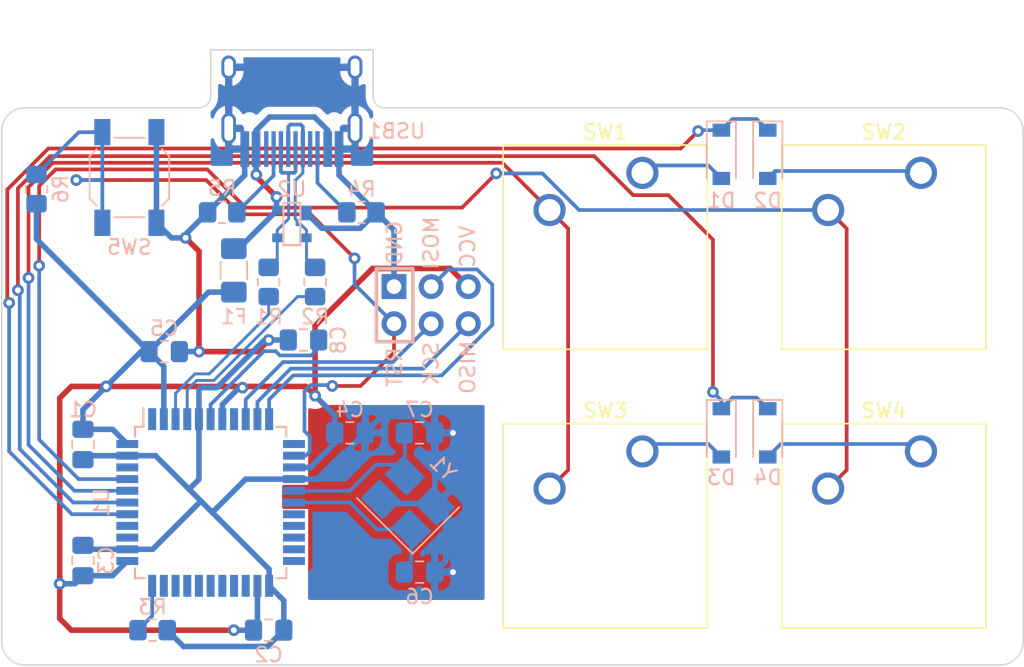
<source format=kicad_pcb>
(kicad_pcb (version 20211014) (generator pcbnew)
  (layers (0 "F.Cu" signal) (31 "B.Cu" signal) (34 "B.Paste" user) (35 "F.Paste" user) (36 "B.SilkS" user "B.Silkscreen") (37 "F.SilkS" user "F.Silkscreen") (38 "B.Mask" user) (39 "F.Mask" user) (44 "Edge.Cuts" user))
  (net 0 "")
  (net 1 "XTAL1")
  (net 2 "GND")
  (net 3 "+5V")
  (net 4 "XTAL2")
  (net 5 "Net-(U1-Pad6)")
  (net 6 "ROW0")
  (net 7 "Net-(SW1-Pad1)")
  (net 8 "Net-(SW2-Pad1)")
  (net 9 "ROW1")
  (net 10 "Net-(SW3-Pad1)")
  (net 11 "Net-(SW4-Pad1)")
  (net 12 "VCC")
  (net 13 "COL0")
  (net 14 "COL1")
  (net 15 "D+")
  (net 16 "MISO")
  (net 17 "D-")
  (net 18 "SCK")
  (net 21 "MOSI")
  (net 22 "RESET")
  (net 35 "Net-(U1-Pad33)")
  (net 36 "Net-(R4-Pad1)")
  (net 37 "Net-(R5-Pad1)")
  (net 45 "DN")
  (net 46 "DP")
  (footprint "Button_Switch_Keyboard:SW_Cherry_MX_1.00u_PCB" (layer "F.Cu") (at 170.815 83.82)
    (fp_text reference "SW1")
    (fp_text value "Macro1")
  )
  (footprint "Button_Switch_Keyboard:SW_Cherry_MX_1.00u_PCB" (layer "F.Cu") (at 189.865 102.87)
    (fp_text reference "SW4")
    (fp_text value "Macro4")
  )
  (footprint "Button_Switch_Keyboard:SW_Cherry_MX_1.00u_PCB" (layer "F.Cu") (at 189.865 83.82)
    (fp_text reference "SW2")
    (fp_text value "Macro2")
  )
  (footprint "Button_Switch_Keyboard:SW_Cherry_MX_1.00u_PCB" (layer "F.Cu") (at 170.815 102.87)
    (fp_text reference "SW3")
    (fp_text value "Macro3")
  )
  (footprint "Resistor_SMD:R_0805_2012Metric_Pad1.20x1.40mm_HandSolder" (layer "B.Cu") (at 148.43125 91.28125 -90)
    (fp_text reference "R2")
    (fp_text value "22")
  )
  (footprint "Capacitor_SMD:C_0805_2012Metric_Pad1.18x1.45mm_HandSolder" (layer "B.Cu") (at 150.8125 101.6)
    (fp_text reference "C4")
    (fp_text value "0.1u")
  )
  (footprint "Resistor_SMD:R_0805_2012Metric_Pad1.20x1.40mm_HandSolder" (layer "B.Cu") (at 129.38125 84.93125 90)
    (fp_text reference "R6")
    (fp_text value "10k")
  )
  (footprint "Capacitor_SMD:C_0805_2012Metric_Pad1.18x1.45mm_HandSolder" (layer "B.Cu") (at 147.6375 95.25)
    (fp_text reference "C8")
    (fp_text value "1u")
  )
  (footprint "Resistor_SMD:R_0805_2012Metric_Pad1.20x1.40mm_HandSolder" (layer "B.Cu") (at 142.08125 86.51875 180)
    (fp_text reference "R5")
    (fp_text value "5.1k")
  )
  (footprint "Capacitor_SMD:C_0805_2012Metric_Pad1.18x1.45mm_HandSolder" (layer "B.Cu") (at 145.25625 115.09375)
    (fp_text reference "C2")
    (fp_text value "0.1u")
  )
  (footprint "Capacitor_SMD:C_0805_2012Metric_Pad1.18x1.45mm_HandSolder" (layer "B.Cu") (at 132.55625 110.33125 90)
    (fp_text reference "C3")
    (fp_text value "0.1u")
  )
  (footprint "Diode_SMD:D_SOD-123" (layer "B.Cu") (at 179.3875 101.6 -90)
    (fp_text reference "D4")
    (fp_text value "D")
  )
  (footprint "Button_Switch_SMD:SW_SPST_SKQG_WithStem" (layer "B.Cu") (at 135.73125 84.1375 -90)
    (fp_text reference "SW5")
    (fp_text value "PUSH_RESET")
  )
  (footprint "Resistor_SMD:R_0805_2012Metric_Pad1.20x1.40mm_HandSolder" (layer "B.Cu") (at 151.60625 86.51875)
    (fp_text reference "R4")
    (fp_text value "5.1k")
  )
  (footprint "Diode_SMD:D_SOD-123" (layer "B.Cu") (at 176.2125 101.6 -90)
    (fp_text reference "D3")
    (fp_text value "D")
  )
  (footprint "Crystal:Crystal_SMD_3225-4Pin_3.2x2.5mm_HandSoldering" (layer "B.Cu") (at 154.78125 106.3625 135)
    (fp_text reference "Y1")
    (fp_text value "XTAL")
  )
  (footprint "Fuse:Fuse_1206_3216Metric_Pad1.42x1.75mm_HandSolder" (layer "B.Cu") (at 142.875 90.4875 -90)
    (fp_text reference "F1")
    (fp_text value "500mA")
  )
  (footprint "random-keyboard-parts:SOT143B" (layer "B.Cu") (at 146.84375 87.3125 180)
    (fp_text reference "U2")
    (fp_text value "PRTR5V0U2X")
  )
  (footprint "Capacitor_SMD:C_0805_2012Metric_Pad1.18x1.45mm_HandSolder" (layer "B.Cu") (at 155.575 111.125)
    (fp_text reference "C6")
    (fp_text value "22p")
  )
  (footprint "Resistor_SMD:R_0805_2012Metric_Pad1.20x1.40mm_HandSolder" (layer "B.Cu") (at 137.31875 115.09375)
    (fp_text reference "R3")
    (fp_text value "10k")
  )
  (footprint "Resistor_SMD:R_0805_2012Metric_Pad1.20x1.40mm_HandSolder" (layer "B.Cu") (at 145.25625 91.28125 -90)
    (fp_text reference "R1")
    (fp_text value "22")
  )
  (footprint "random-keyboard-parts:Reset_Pretty-Mask" (layer "B.Cu") (at 156.36875 92.86875 90)
    (fp_text reference "J1")
    (fp_text value "AVR-ISP-6")
  )
  (footprint "Capacitor_SMD:C_0805_2012Metric_Pad1.18x1.45mm_HandSolder" (layer "B.Cu") (at 138.1125 96.04375)
    (fp_text reference "C5")
    (fp_text value "10u")
  )
  (footprint "Diode_SMD:D_SOD-123" (layer "B.Cu") (at 176.2125 82.55 -90)
    (fp_text reference "D1")
    (fp_text value "D")
  )
  (footprint "Type-C:HRO-TYPE-C-31-M-12-HandSoldering" (layer "B.Cu") (at 146.84375 73.99625)
    (fp_text reference "USB1")
    (fp_text value "HRO-TYPE-C-31-M-12")
  )
  (footprint "Package_QFP:TQFP-44_10x10mm_P0.8mm" (layer "B.Cu") (at 141.2875 106.3625 -90)
    (fp_text reference "U1")
    (fp_text value "ATmega32U4-A")
  )
  (footprint "Diode_SMD:D_SOD-123" (layer "B.Cu") (at 179.3875 82.55 -90)
    (fp_text reference "D2")
    (fp_text value "D")
  )
  (footprint "Capacitor_SMD:C_0805_2012Metric_Pad1.18x1.45mm_HandSolder" (layer "B.Cu") (at 132.55625 102.39375 -90)
    (fp_text reference "C1")
    (fp_text value "0.1u")
  )
  (footprint "Capacitor_SMD:C_0805_2012Metric_Pad1.18x1.45mm_HandSolder" (layer "B.Cu") (at 155.575 101.6)
    (fp_text reference "C7")
    (fp_text value "22p")
  )
  (gr_arc (start 141.2875 78.58125) (mid 141.055016 79.142516) (end 140.49375 79.375) (layer "Edge.Cuts") (width 0.1))
  (gr_line (start 127 115.8875) (end 127 80.9625) (layer "Edge.Cuts") (width 0.1))
  (gr_arc (start 153.19375 79.375) (mid 152.632484 79.142516) (end 152.4 78.58125) (layer "Edge.Cuts") (width 0.1))
  (gr_line (start 128.5875 79.375) (end 140.49375 79.375) (layer "Edge.Cuts") (width 0.1))
  (gr_arc (start 195.2625 79.375) (mid 196.385032 79.839968) (end 196.85 80.9625) (layer "Edge.Cuts") (width 0.1))
  (gr_arc (start 128.5875 117.475) (mid 127.464968 117.010032) (end 127 115.8875) (layer "Edge.Cuts") (width 0.1))
  (gr_arc (start 196.85 115.8875) (mid 196.385032 117.010032) (end 195.2625 117.475) (layer "Edge.Cuts") (width 0.1))
  (gr_line (start 141.2875 75.40625) (end 152.4 75.40625) (layer "Edge.Cuts") (width 0.1))
  (gr_arc (start 127 80.9625) (mid 127.464968 79.839968) (end 128.5875 79.375) (layer "Edge.Cuts") (width 0.1))
  (gr_line (start 152.4 75.40625) (end 152.4 78.58125) (layer "Edge.Cuts") (width 0.1))
  (gr_line (start 141.2875 78.58125) (end 141.2875 75.40625) (layer "Edge.Cuts") (width 0.1))
  (gr_line (start 196.85 80.9625) (end 196.85 115.8875) (layer "Edge.Cuts") (width 0.1))
  (gr_line (start 195.2625 117.475) (end 128.5875 117.475) (layer "Edge.Cuts") (width 0.1))
  (gr_line (start 153.19375 79.375) (end 195.2625 79.375) (layer "Edge.Cuts") (width 0.1))
  (segment (start 152.650978 108.200978) (end 150.8125 106.3625) (width 0.254) (layer "B.Cu") (net 1))
  (segment (start 154.993382 108.200978) (end 152.650978 108.200978) (width 0.254) (layer "B.Cu") (net 1))
  (segment (start 150.8125 106.3625) (end 146.9875 106.3625) (width 0.254) (layer "B.Cu") (net 1))
  (segment (start 154.993382 110.362868) (end 154.993382 108.200978) (width 0.254) (layer "B.Cu") (net 1))
  (segment (start 154.23125 111.125) (end 154.993382 110.362868) (width 0.254) (layer "B.Cu") (net 1))
  (segment (start 144.467494 96.04375) (end 145.258747 95.252497) (width 0.381) (layer "F.Cu") (net 2))
  (segment (start 140.49375 89.18575) (end 139.573 88.265) (width 0.381) (layer "F.Cu") (net 2))
  (segment (start 140.49375 96.04375) (end 144.467494 96.04375) (width 0.381) (layer "F.Cu") (net 2))
  (segment (start 140.49375 96.04375) (end 140.49375 89.18575) (width 0.381) (layer "F.Cu") (net 2))
  (via (at 139.573 88.265) (size 0.8) (drill 0.4) (layers "F.Cu" "B.Cu") (net 2))
  (via (at 145.258747 95.252497) (size 0.8) (drill 0.4) (layers "F.Cu" "B.Cu") (net 2))
  (via (at 140.49375 96.04375) (size 0.8) (drill 0.4) (layers "F.Cu" "B.Cu") (net 2))
  (via (at 157.861 111.125) (size 0.8) (drill 0.4) (layers "F.Cu" "B.Cu") (net 2))
  (via (at 157.861 101.6) (size 0.8) (drill 0.4) (layers "F.Cu" "B.Cu") (net 2))
  (segment (start 137.5185 103.1625) (end 139.812375 105.456375) (width 0.381) (layer "B.Cu") (net 2))
  (segment (start 146.29375 113.06875) (end 145.2875 112.0625) (width 0.381) (layer "B.Cu") (net 2))
  (segment (start 139.573 88.265) (end 138.60875 88.265) (width 0.381) (layer "B.Cu") (net 2))
  (segment (start 145.2875 110.9315) (end 145.2875 112.0625) (width 0.381) (layer "B.Cu") (net 2))
  (segment (start 139.812375 105.456375) (end 140.622 106.266) (width 0.381) (layer "B.Cu") (net 2))
  (segment (start 140.4875 98.607) (end 140.4875 100.6625) (width 0.381) (layer "B.Cu") (net 2))
  (segment (start 148.6875 104.7625) (end 151.85 101.6) (width 0.381) (layer "B.Cu") (net 2))
  (segment (start 146.9875 104.7625) (end 143.68125 104.7625) (width 0.381) (layer "B.Cu") (net 2))
  (segment (start 140.4875 100.6625) (end 140.4875 104.78125) (width 0.381) (layer "B.Cu") (net 2))
  (segment (start 143.68125 104.7625) (end 141.399875 107.043875) (width 0.381) (layer "B.Cu") (net 2))
  (segment (start 140.4875 104.78125) (end 139.812375 105.456375) (width 0.381) (layer "B.Cu") (net 2))
  (segment (start 141.710172 98.5055) (end 140.589 98.5055) (width 0.381) (layer "B.Cu") (net 2))
  (segment (start 157.36219 107.317094) (end 157.36219 110.37531) (width 0.381) (layer "B.Cu") (net 2))
  (segment (start 151.51575 87.60925) (end 152.60625 86.51875) (width 0.381) (layer "B.Cu") (net 2))
  (segment (start 153.82875 87.74125) (end 152.60625 86.51875) (width 0.381) (layer "B.Cu") (net 2))
  (segment (start 155.497 100.4845) (end 156.6125 101.6) (width 0.381) (layer "B.Cu") (net 2))
  (segment (start 132.825 103.1625) (end 135.5875 103.1625) (width 0.381) (layer "B.Cu") (net 2))
  (segment (start 146.6 95.25) (end 144.965672 95.25) (width 0.381) (layer "B.Cu") (net 2))
  (segment (start 137.3255 109.5625) (end 140.622 106.266) (width 0.381) (layer "B.Cu") (net 2))
  (segment (start 140.589 98.5055) (end 140.4875 98.607) (width 0.381) (layer "B.Cu") (net 2))
  (segment (start 139.573 88.027) (end 141.08125 86.51875) (width 0.381) (layer "B.Cu") (net 2))
  (segment (start 151.85 101.6) (end 152.9655 100.4845) (width 0.381) (layer "B.Cu") (net 2))
  (segment (start 146.29375 115.09375) (end 146.29375 113.06875) (width 0.381) (layer "B.Cu") (net 2))
  (segment (start 139.43425 116.20925) (end 145.17825 116.20925) (width 0.381) (layer "B.Cu") (net 2))
  (segment (start 150.06875 83.98125) (end 152.60625 86.51875) (width 0.381) (layer "B.Cu") (net 2))
  (segment (start 137.58125 81.0375) (end 137.58125 87.2375) (width 0.381) (layer "B.Cu") (net 2))
  (segment (start 132.55625 109.29375) (end 132.825 109.5625) (width 0.381) (layer "B.Cu") (net 2))
  (segment (start 135.5875 109.5625) (end 137.3255 109.5625) (width 0.381) (layer "B.Cu") (net 2))
  (segment (start 156.6125 101.6) (end 157.861 101.6) (width 0.381) (layer "B.Cu") (net 2))
  (segment (start 157.36219 110.37531) (end 156.6125 111.125) (width 0.381) (layer "B.Cu") (net 2))
  (segment (start 145.17825 116.20925) (end 146.29375 115.09375) (width 0.381) (layer "B.Cu") (net 2))
  (segment (start 146.9875 104.7625) (end 148.6875 104.7625) (width 0.381) (layer "B.Cu") (net 2))
  (segment (start 144.965672 95.25) (end 141.710172 98.5055) (width 0.381) (layer "B.Cu") (net 2))
  (segment (start 141.399875 107.043875) (end 145.2875 110.9315) (width 0.381) (layer "B.Cu") (net 2))
  (segment (start 156.619728 101.607228) (end 156.619728 106.574632) (width 0.381) (layer "B.Cu") (net 2))
  (segment (start 139.15 96.04375) (end 140.49375 96.04375) (width 0.381) (layer "B.Cu") (net 2))
  (segment (start 152.9655 100.4845) (end 155.497 100.4845) (width 0.381) (layer "B.Cu") (net 2))
  (segment (start 132.55625 103.43125) (end 132.825 103.1625) (width 0.381) (layer "B.Cu") (net 2))
  (segment (start 153.224024 106.43162) (end 152.942772 106.150368) (width 0.381) (layer "B.Cu") (net 2))
  (segment (start 143.61875 83.98125) (end 143.61875 82.19125) (width 0.381) (layer "B.Cu") (net 2))
  (segment (start 156.619728 106.574632) (end 156.476716 106.43162) (width 0.381) (layer "B.Cu") (net 2))
  (segment (start 147.84375 86.5625) (end 148.8905 87.60925) (width 0.381) (layer "B.Cu") (net 2))
  (segment (start 150.06875 82.19125) (end 150.06875 83.98125) (width 0.381) (layer "B.Cu") (net 2))
  (segment (start 138.31875 115.09375) (end 139.43425 116.20925) (width 0.381) (layer "B.Cu") (net 2))
  (segment (start 156.619728 106.574632) (end 157.36219 107.317094) (width 0.381) (layer "B.Cu") (net 2))
  (segment (start 135.5875 103.1625) (end 137.5185 103.1625) (width 0.381) (layer "B.Cu") (net 2))
  (segment (start 153.82875 91.59875) (end 153.82875 87.74125) (width 0.381) (layer "B.Cu") (net 2))
  (segment (start 139.573 88.265) (end 139.573 88.027) (width 0.381) (layer "B.Cu") (net 2))
  (segment (start 132.825 109.5625) (end 135.5875 109.5625) (width 0.381) (layer "B.Cu") (net 2))
  (segment (start 140.622 106.266) (end 141.399875 107.043875) (width 0.381) (layer "B.Cu") (net 2))
  (segment (start 141.08125 86.51875) (end 143.61875 83.98125) (width 0.381) (layer "B.Cu") (net 2))
  (segment (start 156.6125 101.6) (end 156.619728 101.607228) (width 0.381) (layer "B.Cu") (net 2))
  (segment (start 156.6125 111.125) (end 157.861 111.125) (width 0.381) (layer "B.Cu") (net 2))
  (segment (start 138.60875 88.265) (end 137.58125 87.2375) (width 0.381) (layer "B.Cu") (net 2))
  (segment (start 156.476716 106.43162) (end 153.224024 106.43162) (width 0.381) (layer "B.Cu") (net 2))
  (segment (start 148.8905 87.60925) (end 151.51575 87.60925) (width 0.381) (layer "B.Cu") (net 2))
  (segment (start 130.96875 111.91875) (end 130.96875 99.21875) (width 0.381) (layer "F.Cu") (net 3))
  (segment (start 131.7625 115.09375) (end 142.875 115.09375) (width 0.381) (layer "F.Cu") (net 3))
  (segment (start 130.96875 111.91875) (end 130.96875 114.3) (width 0.381) (layer "F.Cu") (net 3))
  (segment (start 130.96875 114.3) (end 131.7625 115.09375) (width 0.381) (layer "F.Cu") (net 3))
  (segment (start 148.43125 94.279544) (end 148.43125 99.06) (width 0.381) (layer "F.Cu") (net 3))
  (segment (start 134.14375 98.425) (end 147.79625 98.425) (width 0.381) (layer "F.Cu") (net 3))
  (segment (start 157.66825 90.35825) (end 152.352544 90.35825) (width 0.381) (layer "F.Cu") (net 3))
  (segment (start 130.96875 99.21875) (end 131.7625 98.425) (width 0.381) (layer "F.Cu") (net 3))
  (segment (start 147.79625 98.425) (end 148.43125 99.06) (width 0.381) (layer "F.Cu") (net 3))
  (segment (start 152.352544 90.35825) (end 148.43125 94.279544) (width 0.381) (layer "F.Cu") (net 3))
  (segment (start 131.7625 98.425) (end 134.14375 98.425) (width 0.381) (layer "F.Cu") (net 3))
  (segment (start 158.90875 91.59875) (end 157.66825 90.35825) (width 0.381) (layer "F.Cu") (net 3))
  (via (at 130.96875 111.91875) (size 0.8) (drill 0.4) (layers "F.Cu" "B.Cu") (net 3))
  (via (at 142.875 115.09375) (size 0.8) (drill 0.4) (layers "F.Cu" "B.Cu") (net 3))
  (via (at 148.43125 99.06) (size 0.8) (drill 0.4) (layers "F.Cu" "B.Cu") (net 3))
  (via (at 134.14375 98.425) (size 0.8) (drill 0.4) (layers "F.Cu" "B.Cu") (net 3))
  (via (at 143.466478 98.508478) (size 0.8) (drill 0.4) (layers "F.Cu" "B.Cu") (net 3))
  (segment (start 146.9875 103.9625) (end 148.1185 103.9625) (width 0.381) (layer "B.Cu") (net 3))
  (segment (start 149.775 102.306) (end 149.775 101.6) (width 0.381) (layer "B.Cu") (net 3))
  (segment (start 137.075 96.04375) (end 138.0875 97.05625) (width 0.381) (layer "B.Cu") (net 3))
  (segment (start 132.55625 101.35625) (end 134.58125 101.35625) (width 0.381) (layer "B.Cu") (net 3))
  (segment (start 129.38125 88.35) (end 137.075 96.04375) (width 0.381) (layer "B.Cu") (net 3))
  (segment (start 136.525 96.04375) (end 137.075 96.04375) (width 0.381) (layer "B.Cu") (net 3))
  (segment (start 148.43125 99.06) (end 149.775 100.40375) (width 0.381) (layer "B.Cu") (net 3))
  (segment (start 143.235522 98.508478) (end 143.466478 98.508478) (width 0.381) (layer "B.Cu") (net 3))
  (segment (start 132.55625 100.0125) (end 134.14375 98.425) (width 0.381) (layer "B.Cu") (net 3))
  (segment (start 132.00625 111.91875) (end 130.96875 111.91875) (width 0.381) (layer "B.Cu") (net 3))
  (segment (start 142.0875 99.6565) (end 143.235522 98.508478) (width 0.381) (layer "B.Cu") (net 3))
  (segment (start 142.875 91.975) (end 141.14375 91.975) (width 0.381) (layer "B.Cu") (net 3))
  (segment (start 144.4875 114.825) (end 144.4875 112.0625) (width 0.381) (layer "B.Cu") (net 3))
  (segment (start 142.0875 100.6625) (end 142.0875 99.6565) (width 0.381) (layer "B.Cu") (net 3))
  (segment (start 149.775 100.40375) (end 149.775 101.6) (width 0.381) (layer "B.Cu") (net 3))
  (segment (start 142.875 115.09375) (end 144.21875 115.09375) (width 0.381) (layer "B.Cu") (net 3))
  (segment (start 132.55625 111.36875) (end 134.58125 111.36875) (width 0.381) (layer "B.Cu") (net 3))
  (segment (start 134.58125 101.35625) (end 135.5875 102.3625) (width 0.381) (layer "B.Cu") (net 3))
  (segment (start 134.58125 111.36875) (end 135.5875 110.3625) (width 0.381) (layer "B.Cu") (net 3))
  (segment (start 132.55625 111.36875) (end 132.00625 111.91875) (width 0.381) (layer "B.Cu") (net 3))
  (segment (start 134.14375 98.425) (end 136.525 96.04375) (width 0.381) (layer "B.Cu") (net 3))
  (segment (start 132.55625 101.35625) (end 132.55625 100.0125) (width 0.381) (layer "B.Cu") (net 3))
  (segment (start 148.1185 103.9625) (end 149.775 102.306) (width 0.381) (layer "B.Cu") (net 3))
  (segment (start 141.14375 91.975) (end 137.075 96.04375) (width 0.381) (layer "B.Cu") (net 3))
  (segment (start 129.38125 85.93125) (end 129.38125 88.35) (width 0.381) (layer "B.Cu") (net 3))
  (segment (start 138.0875 97.05625) (end 138.0875 100.6625) (width 0.381) (layer "B.Cu") (net 3))
  (segment (start 144.21875 115.09375) (end 144.4875 114.825) (width 0.381) (layer "B.Cu") (net 3))
  (segment (start 150.80625 105.5625) (end 146.9875 105.5625) (width 0.254) (layer "B.Cu") (net 4))
  (segment (start 154.23125 101.6) (end 154.569118 101.937868) (width 0.254) (layer "B.Cu") (net 4))
  (segment (start 150.8125 105.56875) (end 150.80625 105.5625) (width 0.254) (layer "B.Cu") (net 4))
  (segment (start 153.826656 103.78156) (end 152.59969 103.78156) (width 0.254) (layer "B.Cu") (net 4))
  (segment (start 152.59969 103.78156) (end 150.8125 105.56875) (width 0.254) (layer "B.Cu") (net 4))
  (segment (start 154.569118 101.937868) (end 154.569118 104.524022) (width 0.254) (layer "B.Cu") (net 4))
  (segment (start 154.569118 104.524022) (end 153.826656 103.78156) (width 0.254) (layer "B.Cu") (net 4))
  (segment (start 148.173 96.302) (end 146.023499 96.302) (width 0.254) (layer "B.Cu") (net 5))
  (segment (start 141.2875 99.660028) (end 141.2875 100.6625) (width 0.254) (layer "B.Cu") (net 5))
  (segment (start 145.733499 96.012) (end 144.935528 96.012) (width 0.254) (layer "B.Cu") (net 5))
  (segment (start 144.935528 96.012) (end 141.2875 99.660028) (width 0.254) (layer "B.Cu") (net 5))
  (segment (start 148.675 95.8) (end 148.173 96.302) (width 0.254) (layer "B.Cu") (net 5))
  (segment (start 146.023499 96.302) (end 145.733499 96.012) (width 0.254) (layer "B.Cu") (net 5))
  (segment (start 148.675 95.25) (end 148.675 95.8) (width 0.254) (layer "B.Cu") (net 5))
  (segment (start 128.397 83.947) (end 127.381 84.963) (width 0.254) (layer "F.Cu") (net 6))
  (segment (start 130.19075 82.15325) (end 128.397 83.947) (width 0.254) (layer "F.Cu") (net 6))
  (segment (start 127.381 84.963) (end 127.381 92.71) (width 0.254) (layer "F.Cu") (net 6))
  (segment (start 173.43425 82.15325) (end 130.19075 82.15325) (width 0.254) (layer "F.Cu") (net 6))
  (segment (start 174.625 80.9625) (end 173.43425 82.15325) (width 0.254) (layer "F.Cu") (net 6))
  (segment (start 127.381 92.71) (end 127.508 92.71) (width 0.254) (layer "F.Cu") (net 6))
  (via (at 127.508 92.71) (size 0.8) (drill 0.4) (layers "F.Cu" "B.Cu") (net 6))
  (via (at 174.625 80.9625) (size 0.8) (drill 0.4) (layers "F.Cu" "B.Cu") (net 6))
  (segment (start 176.9755 80.137) (end 178.6245 80.137) (width 0.254) (layer "B.Cu") (net 6))
  (segment (start 127.508 92.71) (end 127.508 102.87) (width 0.254) (layer "B.Cu") (net 6))
  (segment (start 176.2125 80.9) (end 174.6875 80.9) (width 0.254) (layer "B.Cu") (net 6))
  (segment (start 127.508 102.87) (end 131.8005 107.1625) (width 0.254) (layer "B.Cu") (net 6))
  (segment (start 178.6245 80.137) (end 179.3875 80.9) (width 0.254) (layer "B.Cu") (net 6))
  (segment (start 174.6875 80.9) (end 174.625 80.9625) (width 0.254) (layer "B.Cu") (net 6))
  (segment (start 176.2125 80.9) (end 176.9755 80.137) (width 0.254) (layer "B.Cu") (net 6))
  (segment (start 131.8005 107.1625) (end 135.5875 107.1625) (width 0.254) (layer "B.Cu") (net 6))
  (segment (start 170.815 83.82) (end 171.323 83.312) (width 0.254) (layer "B.Cu") (net 7))
  (segment (start 175.3245 83.312) (end 176.2125 84.2) (width 0.254) (layer "B.Cu") (net 7))
  (segment (start 171.323 83.312) (end 175.3245 83.312) (width 0.254) (layer "B.Cu") (net 7))
  (segment (start 189.738 83.693) (end 189.865 83.82) (width 0.254) (layer "B.Cu") (net 8))
  (segment (start 179.3875 84.2) (end 179.8945 83.693) (width 0.254) (layer "B.Cu") (net 8))
  (segment (start 179.8945 83.693) (end 189.738 83.693) (width 0.254) (layer "B.Cu") (net 8))
  (segment (start 170.18 85.344) (end 172.593 85.344) (width 0.254) (layer "F.Cu") (net 9))
  (segment (start 130.309052 82.677) (end 167.513 82.677) (width 0.254) (layer "F.Cu") (net 9))
  (segment (start 175.641 88.392) (end 175.641 98.806) (width 0.254) (layer "F.Cu") (net 9))
  (segment (start 128.1075 91.846412) (end 128.1075 84.878552) (width 0.254) (layer "F.Cu") (net 9))
  (segment (start 172.593 85.344) (end 175.641 88.392) (width 0.254) (layer "F.Cu") (net 9))
  (segment (start 128.1075 84.878552) (end 130.309052 82.677) (width 0.254) (layer "F.Cu") (net 9))
  (segment (start 167.513 82.677) (end 170.18 85.344) (width 0.254) (layer "F.Cu") (net 9))
  (via (at 175.641 98.806) (size 0.8) (drill 0.4) (layers "F.Cu" "B.Cu") (net 9))
  (via (at 128.1075 91.846412) (size 0.8) (drill 0.4) (layers "F.Cu" "B.Cu") (net 9))
  (segment (start 128.235 102.708) (end 131.8895 106.3625) (width 0.254) (layer "B.Cu") (net 9))
  (segment (start 178.6245 99.187) (end 179.3875 99.95) (width 0.254) (layer "B.Cu") (net 9))
  (segment (start 176.9755 99.187) (end 178.6245 99.187) (width 0.254) (layer "B.Cu") (net 9))
  (segment (start 128.1075 91.846412) (end 128.235 91.973912) (width 0.254) (layer "B.Cu") (net 9))
  (segment (start 128.235 91.973912) (end 128.235 102.708) (width 0.254) (layer "B.Cu") (net 9))
  (segment (start 176.2125 99.3775) (end 175.641 98.806) (width 0.254) (layer "B.Cu") (net 9))
  (segment (start 176.2125 99.95) (end 176.2125 99.3775) (width 0.254) (layer "B.Cu") (net 9))
  (segment (start 176.2125 99.95) (end 176.9755 99.187) (width 0.254) (layer "B.Cu") (net 9))
  (segment (start 131.8895 106.3625) (end 135.5875 106.3625) (width 0.254) (layer "B.Cu") (net 9))
  (segment (start 175.3245 102.362) (end 176.2125 103.25) (width 0.254) (layer "B.Cu") (net 10))
  (segment (start 170.815 102.87) (end 171.323 102.362) (width 0.254) (layer "B.Cu") (net 10))
  (segment (start 171.323 102.362) (end 175.3245 102.362) (width 0.254) (layer "B.Cu") (net 10))
  (segment (start 179.3875 103.25) (end 180.2755 102.362) (width 0.254) (layer "B.Cu") (net 11))
  (segment (start 180.2755 102.362) (end 189.357 102.362) (width 0.254) (layer "B.Cu") (net 11))
  (segment (start 189.357 102.362) (end 189.865 102.87) (width 0.254) (layer "B.Cu") (net 11))
  (segment (start 144.40875 84.08375) (end 145.796 85.471) (width 0.381) (layer "F.Cu") (net 12))
  (segment (start 144.40875 83.947) (end 144.40875 84.08375) (width 0.381) (layer "F.Cu") (net 12))
  (via (at 145.796 85.471) (size 0.8) (drill 0.4) (layers "F.Cu" "B.Cu") (net 12))
  (via (at 144.40875 83.947) (size 0.8) (drill 0.4) (layers "F.Cu" "B.Cu") (net 12))
  (segment (start 145.84375 86.3625) (end 143.20625 89) (width 0.381) (layer "B.Cu") (net 12))
  (segment (start 144.39375 82.19125) (end 144.39375 83.932) (width 0.381) (layer "B.Cu") (net 12))
  (segment (start 144.39375 80.921251) (end 145.314501 80.0005) (width 0.381) (layer "B.Cu") (net 12))
  (segment (start 144.39375 83.932) (end 144.40875 83.947) (width 0.381) (layer "B.Cu") (net 12))
  (segment (start 145.796 86.31475) (end 145.84375 86.3625) (width 0.381) (layer "B.Cu") (net 12))
  (segment (start 149.29375 80.901251) (end 149.29375 82.19125) (width 0.381) (layer "B.Cu") (net 12))
  (segment (start 145.796 85.471) (end 145.796 86.31475) (width 0.381) (layer "B.Cu") (net 12))
  (segment (start 148.392999 80.0005) (end 149.29375 80.901251) (width 0.381) (layer "B.Cu") (net 12))
  (segment (start 144.39375 82.19125) (end 144.39375 80.921251) (width 0.381) (layer "B.Cu") (net 12))
  (segment (start 143.20625 89) (end 142.875 89) (width 0.381) (layer "B.Cu") (net 12))
  (segment (start 145.314501 80.0005) (end 148.392999 80.0005) (width 0.381) (layer "B.Cu") (net 12))
  (segment (start 164.465 86.36) (end 165.735 87.63) (width 0.254) (layer "F.Cu") (net 13))
  (segment (start 128.834 91.000996) (end 128.834 84.794104) (width 0.254) (layer "F.Cu") (net 13))
  (segment (start 128.834 84.794104) (end 130.497104 83.131) (width 0.254) (layer "F.Cu") (net 13))
  (segment (start 165.735 87.63) (end 165.735 104.14) (width 0.254) (layer "F.Cu") (net 13))
  (segment (start 165.735 104.14) (end 164.465 105.41) (width 0.254) (layer "F.Cu") (net 13))
  (segment (start 161.236 83.131) (end 164.465 86.36) (width 0.254) (layer "F.Cu") (net 13))
  (segment (start 130.497104 83.131) (end 161.236 83.131) (width 0.254) (layer "F.Cu") (net 13))
  (via (at 128.834 91.000996) (size 0.8) (drill 0.4) (layers "F.Cu" "B.Cu") (net 13))
  (segment (start 128.834 102.418) (end 131.9785 105.5625) (width 0.254) (layer "B.Cu") (net 13))
  (segment (start 128.834 91.000996) (end 128.834 102.418) (width 0.254) (layer "B.Cu") (net 13))
  (segment (start 131.9785 105.5625) (end 135.5875 105.5625) (width 0.254) (layer "B.Cu") (net 13))
  (segment (start 141.059 83.585) (end 143.672 86.198) (width 0.254) (layer "F.Cu") (net 14))
  (segment (start 158.479845 86.198) (end 160.820345 83.8575) (width 0.254) (layer "F.Cu") (net 14))
  (segment (start 184.785 87.63) (end 184.785 104.14) (width 0.254) (layer "F.Cu") (net 14))
  (segment (start 183.515 86.36) (end 184.785 87.63) (width 0.254) (layer "F.Cu") (net 14))
  (segment (start 130.685156 83.585) (end 141.059 83.585) (width 0.254) (layer "F.Cu") (net 14))
  (segment (start 129.5605 84.709656) (end 130.685156 83.585) (width 0.254) (layer "F.Cu") (net 14))
  (segment (start 143.672 86.198) (end 158.479845 86.198) (width 0.254) (layer "F.Cu") (net 14))
  (segment (start 129.5605 90.17) (end 129.5605 84.709656) (width 0.254) (layer "F.Cu") (net 14))
  (segment (start 184.785 104.14) (end 183.515 105.41) (width 0.254) (layer "F.Cu") (net 14))
  (via (at 160.820345 83.8575) (size 0.8) (drill 0.4) (layers "F.Cu" "B.Cu") (net 14))
  (via (at 129.5605 90.17) (size 0.8) (drill 0.4) (layers "F.Cu" "B.Cu") (net 14))
  (segment (start 129.5605 90.17) (end 129.5605 102.064001) (width 0.254) (layer "B.Cu") (net 14))
  (segment (start 183.515 86.36) (end 166.483083 86.36) (width 0.254) (layer "B.Cu") (net 14))
  (segment (start 166.483083 86.36) (end 163.980583 83.8575) (width 0.254) (layer "B.Cu") (net 14))
  (segment (start 129.5605 102.064001) (end 132.258999 104.7625) (width 0.254) (layer "B.Cu") (net 14))
  (segment (start 132.258999 104.7625) (end 135.5875 104.7625) (width 0.254) (layer "B.Cu") (net 14))
  (segment (start 163.980583 83.8575) (end 160.820345 83.8575) (width 0.254) (layer "B.Cu") (net 14))
  (segment (start 141.507 98.015) (end 140.335 98.015) (width 0.2) (layer "B.Cu") (net 15))
  (segment (start 139.6875 98.6625) (end 139.6875 100.6625) (width 0.2) (layer "B.Cu") (net 15))
  (segment (start 140.335 98.015) (end 139.6875 98.6625) (width 0.2) (layer "B.Cu") (net 15))
  (segment (start 147.24075 92.28125) (end 141.507 98.015) (width 0.2) (layer "B.Cu") (net 15))
  (segment (start 148.43125 92.28125) (end 147.24075 92.28125) (width 0.2) (layer "B.Cu") (net 15))
  (segment (start 144.4875 99.4795) (end 144.4875 100.6625) (width 0.254) (layer "B.Cu") (net 16))
  (segment (start 146.757 97.21) (end 144.4875 99.4795) (width 0.254) (layer "B.Cu") (net 16))
  (segment (start 158.90875 94.13875) (end 155.8375 97.21) (width 0.254) (layer "B.Cu") (net 16))
  (segment (start 155.8375 97.21) (end 146.757 97.21) (width 0.254) (layer "B.Cu") (net 16))
  (segment (start 145.25625 92.28125) (end 145.25625 93.50375) (width 0.2) (layer "B.Cu") (net 17))
  (segment (start 141.195 97.565) (end 140.219315 97.565) (width 0.2) (layer "B.Cu") (net 17))
  (segment (start 138.8875 98.896815) (end 138.8875 100.6625) (width 0.2) (layer "B.Cu") (net 17))
  (segment (start 145.25625 93.50375) (end 141.195 97.565) (width 0.2) (layer "B.Cu") (net 17))
  (segment (start 140.219315 97.565) (end 138.8875 98.896815) (width 0.2) (layer "B.Cu") (net 17))
  (segment (start 156.36875 94.13875) (end 153.7515 96.756) (width 0.254) (layer "B.Cu") (net 18))
  (segment (start 143.6875 99.31559) (end 143.6875 100.6625) (width 0.254) (layer "B.Cu") (net 18))
  (segment (start 146.24709 96.756) (end 143.6875 99.31559) (width 0.254) (layer "B.Cu") (net 18))
  (segment (start 153.7515 96.756) (end 146.24709 96.756) (width 0.254) (layer "B.Cu") (net 18))
  (segment (start 156.36875 91.59875) (end 157.54575 90.42175) (width 0.254) (layer "B.Cu") (net 21))
  (segment (start 159.50975 90.42175) (end 160.54885 91.46085) (width 0.254) (layer "B.Cu") (net 21))
  (segment (start 145.2875 99.321552) (end 145.2875 100.6625) (width 0.254) (layer "B.Cu") (net 21))
  (segment (start 160.54885 94.21315) (end 157.095474 97.666526) (width 0.254) (layer "B.Cu") (net 21))
  (segment (start 160.54885 91.46085) (end 160.54885 94.21315) (width 0.254) (layer "B.Cu") (net 21))
  (segment (start 146.942526 97.666526) (end 145.2875 99.321552) (width 0.254) (layer "B.Cu") (net 21))
  (segment (start 157.095474 97.666526) (end 146.942526 97.666526) (width 0.254) (layer "B.Cu") (net 21))
  (segment (start 157.54575 90.42175) (end 159.50975 90.42175) (width 0.254) (layer "B.Cu") (net 21))
  (segment (start 135.763 84.3115) (end 132.0965 84.3115) (width 0.254) (layer "F.Cu") (net 22))
  (segment (start 148.12 86.652) (end 143.327 86.652) (width 0.254) (layer "F.Cu") (net 22))
  (segment (start 140.9865 84.3115) (end 135.763 84.3115) (width 0.254) (layer "F.Cu") (net 22))
  (segment (start 143.327 86.652) (end 140.9865 84.3115) (width 0.254) (layer "F.Cu") (net 22))
  (segment (start 151.542974 98.393026) (end 149.606 98.393026) (width 0.254) (layer "F.Cu") (net 22))
  (segment (start 153.82875 96.10725) (end 151.542974 98.393026) (width 0.254) (layer "F.Cu") (net 22))
  (segment (start 151.13 89.662) (end 148.12 86.652) (width 0.254) (layer "F.Cu") (net 22))
  (segment (start 153.82875 94.13875) (end 153.82875 96.10725) (width 0.254) (layer "F.Cu") (net 22))
  (via (at 149.606 98.393026) (size 0.8) (drill 0.4) (layers "F.Cu" "B.Cu") (net 22))
  (via (at 151.13 89.662) (size 0.8) (drill 0.4) (layers "F.Cu" "B.Cu") (net 22))
  (via (at 132.0965 84.3115) (size 0.8) (drill 0.4) (layers "F.Cu" "B.Cu") (net 22))
  (segment (start 133.88125 84.30475) (end 133.88125 81.0375) (width 0.254) (layer "B.Cu") (net 22))
  (segment (start 133.88125 87.2375) (end 133.88125 84.30475) (width 0.254) (layer "B.Cu") (net 22))
  (segment (start 148.0645 101.8365) (end 148.0645 102.8875) (width 0.254) (layer "B.Cu") (net 22))
  (segment (start 132.275 81.0375) (end 133.88125 81.0375) (width 0.254) (layer "B.Cu") (net 22))
  (segment (start 151.13 91.44) (end 151.13 89.662) (width 0.254) (layer "B.Cu") (net 22))
  (segment (start 147.7895 103.1625) (end 146.9875 103.1625) (width 0.254) (layer "B.Cu") (net 22))
  (segment (start 149.545974 98.333) (end 148.130116 98.333) (width 0.254) (layer "B.Cu") (net 22))
  (segment (start 148.130116 98.333) (end 147.70425 98.758866) (width 0.254) (layer "B.Cu") (net 22))
  (segment (start 153.82875 94.13875) (end 151.13 91.44) (width 0.254) (layer "B.Cu") (net 22))
  (segment (start 148.0645 102.8875) (end 147.7895 103.1625) (width 0.254) (layer "B.Cu") (net 22))
  (segment (start 147.70425 101.47625) (end 148.0645 101.8365) (width 0.254) (layer "B.Cu") (net 22))
  (segment (start 149.606 98.393026) (end 149.545974 98.333) (width 0.254) (layer "B.Cu") (net 22))
  (segment (start 147.70425 98.758866) (end 147.70425 101.47625) (width 0.254) (layer "B.Cu") (net 22))
  (segment (start 132.0965 84.3115) (end 133.8745 84.3115) (width 0.254) (layer "B.Cu") (net 22))
  (segment (start 129.38125 83.93125) (end 132.275 81.0375) (width 0.254) (layer "B.Cu") (net 22))
  (segment (start 137.2875 114.125) (end 137.2875 112.0625) (width 0.254) (layer "B.Cu") (net 35))
  (segment (start 136.31875 115.09375) (end 137.2875 114.125) (width 0.254) (layer "B.Cu") (net 35))
  (segment (start 148.59375 82.19125) (end 148.59375 84.50625) (width 0.254) (layer "B.Cu") (net 36))
  (segment (start 148.59375 84.50625) (end 150.60625 86.51875) (width 0.254) (layer "B.Cu") (net 36))
  (segment (start 143.08125 86.51875) (end 145.59375 84.00625) (width 0.254) (layer "B.Cu") (net 37))
  (segment (start 145.59375 84.00625) (end 145.59375 82.19125) (width 0.254) (layer "B.Cu") (net 37))
  (segment (start 146.685 83.82) (end 146.177 83.82) (width 0.254) (layer "B.Cu") (net 45))
  (segment (start 146.177 83.82) (end 146.09375 83.73675) (width 0.254) (layer "B.Cu") (net 45))
  (segment (start 146.61875 86.962499) (end 146.61875 83.88625) (width 0.2) (layer "B.Cu") (net 45))
  (segment (start 146.994 83.82) (end 146.685 83.82) (width 0.254) (layer "B.Cu") (net 45))
  (segment (start 147.09375 83.72025) (end 146.994 83.82) (width 0.254) (layer "B.Cu") (net 45))
  (segment (start 145.25625 90.28125) (end 145.84375 89.69375) (width 0.2) (layer "B.Cu") (net 45))
  (segment (start 145.84375 88.2625) (end 145.84375 87.737499) (width 0.2) (layer "B.Cu") (net 45))
  (segment (start 146.09375 83.73675) (end 146.09375 82.19125) (width 0.254) (layer "B.Cu") (net 45))
  (segment (start 145.84375 89.69375) (end 145.84375 88.2625) (width 0.2) (layer "B.Cu") (net 45))
  (segment (start 146.61875 83.88625) (end 146.685 83.82) (width 0.2) (layer "B.Cu") (net 45))
  (segment (start 147.09375 82.19125) (end 147.09375 83.72025) (width 0.254) (layer "B.Cu") (net 45))
  (segment (start 145.84375 87.737499) (end 146.61875 86.962499) (width 0.2) (layer "B.Cu") (net 45))
  (segment (start 147.84375 89.69375) (end 147.84375 88.2625) (width 0.2) (layer "B.Cu") (net 46))
  (segment (start 147.59375 83.82412) (end 147.59375 82.19125) (width 0.2) (layer "B.Cu") (net 46))
  (segment (start 148.43125 90.28125) (end 147.84375 89.69375) (width 0.2) (layer "B.Cu") (net 46))
  (segment (start 147.84375 87.737499) (end 147.468751 87.3625) (width 0.2) (layer "B.Cu") (net 46))
  (segment (start 147.59375 80.66225) (end 147.59375 82.19125) (width 0.254) (layer "B.Cu") (net 46))
  (segment (start 147.06875 86.962499) (end 147.06875 84.34912) (width 0.2) (layer "B.Cu") (net 46))
  (segment (start 147.06875 84.34912) (end 147.110472 84.307398) (width 0.2) (layer "B.Cu") (net 46))
  (segment (start 146.59375 82.19125) (end 146.59375 80.66225) (width 0.254) (layer "B.Cu") (net 46))
  (segment (start 147.19375 87.087499) (end 147.06875 86.962499) (width 0.2) (layer "B.Cu") (net 46))
  (segment (start 147.468751 87.3625) (end 147.19375 87.3625) (width 0.2) (layer "B.Cu") (net 46))
  (segment (start 147.19375 87.3625) (end 147.19375 87.087499) (width 0.2) (layer "B.Cu") (net 46))
  (segment (start 146.738 80.518) (end 147.4495 80.518) (width 0.254) (layer "B.Cu") (net 46))
  (segment (start 146.59375 80.66225) (end 146.738 80.518) (width 0.254) (layer "B.Cu") (net 46))
  (segment (start 147.110472 84.307398) (end 147.59375 83.82412) (width 0.2) (layer "B.Cu") (net 46))
  (segment (start 147.4495 80.518) (end 147.59375 80.66225) (width 0.254) (layer "B.Cu") (net 46))
  (segment (start 147.06875 84.307398) (end 147.110472 84.307398) (width 0.2) (layer "B.Cu") (net 46))
  (segment (start 147.84375 88.2625) (end 147.84375 87.737499) (width 0.2) (layer "B.Cu") (net 46))
  (zone (net 2) (net_name "GND") (layer "F.Cu") (connect_pads (clearance 0.508)) (min_thickness 0.254) (fill yes (thermal_gap 0.508) (thermal_bridge_width 0.508))
    (polygon (pts (xy 160.02 113.03) (xy 147.955 113.03) (xy 147.955 107.696) (xy 147.955 106.807) (xy 146.177 106.807) (xy 146.177 105.156) (xy 147.955 105.156) (xy 147.955 99.695) (xy 160.02 99.695)))
  )
  (zone (net 2) (net_name "GND") (layer "B.Cu") (priority 1) (connect_pads (clearance 0.508)) (min_thickness 0.254) (fill yes (thermal_gap 0.508) (thermal_bridge_width 0.508))
    (polygon (pts (xy 152.4 83.34375) (xy 141.2875 83.34375) (xy 141.2875 75.40625) (xy 152.4 75.40625)))
  )
  (zone (net 2) (net_name "GND") (layer "B.Cu") (priority 1) (connect_pads (clearance 0.508)) (min_thickness 0.254) (fill yes (thermal_gap 0.508) (thermal_bridge_width 0.508))
    (polygon (pts (xy 160.02 113.03) (xy 147.955 113.03) (xy 147.955 99.695) (xy 160.02 99.695)))
  )
)
</source>
